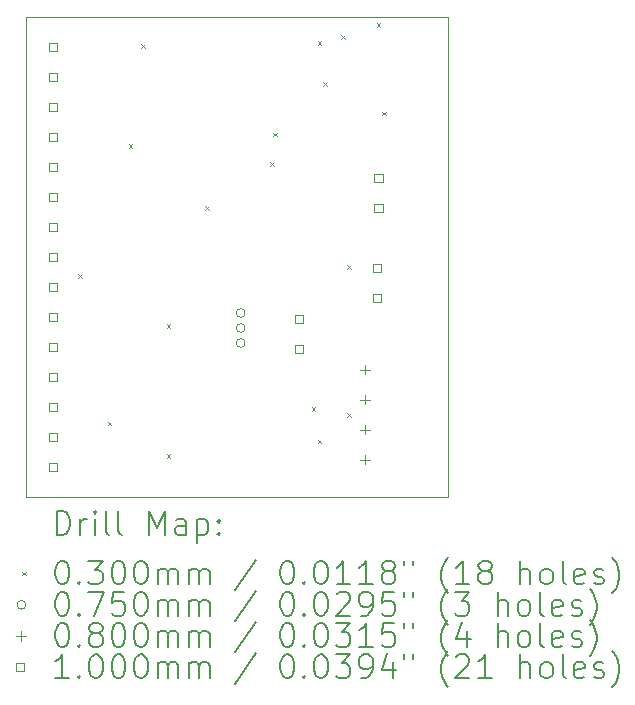
<source format=gbr>
%TF.GenerationSoftware,KiCad,Pcbnew,8.0.1*%
%TF.CreationDate,2024-05-28T10:15:20-03:00*%
%TF.ProjectId,ESP32C6-dev-board,45535033-3243-4362-9d64-65762d626f61,rev?*%
%TF.SameCoordinates,Original*%
%TF.FileFunction,Drillmap*%
%TF.FilePolarity,Positive*%
%FSLAX45Y45*%
G04 Gerber Fmt 4.5, Leading zero omitted, Abs format (unit mm)*
G04 Created by KiCad (PCBNEW 8.0.1) date 2024-05-28 10:15:20*
%MOMM*%
%LPD*%
G01*
G04 APERTURE LIST*
%ADD10C,0.100000*%
%ADD11C,0.200000*%
G04 APERTURE END LIST*
D10*
X12170000Y-7834000D02*
X15737800Y-7834000D01*
X15737800Y-11900000D01*
X12170000Y-11900000D01*
X12170000Y-7834000D01*
D11*
D10*
X12610000Y-10010000D02*
X12640000Y-10040000D01*
X12640000Y-10010000D02*
X12610000Y-10040000D01*
X12860000Y-11260000D02*
X12890000Y-11290000D01*
X12890000Y-11260000D02*
X12860000Y-11290000D01*
X13035000Y-8910000D02*
X13065000Y-8940000D01*
X13065000Y-8910000D02*
X13035000Y-8940000D01*
X13142200Y-8062200D02*
X13172200Y-8092200D01*
X13172200Y-8062200D02*
X13142200Y-8092200D01*
X13360000Y-10435000D02*
X13390000Y-10465000D01*
X13390000Y-10435000D02*
X13360000Y-10465000D01*
X13360000Y-11535000D02*
X13390000Y-11565000D01*
X13390000Y-11535000D02*
X13360000Y-11565000D01*
X13685000Y-9435000D02*
X13715000Y-9465000D01*
X13715000Y-9435000D02*
X13685000Y-9465000D01*
X14235000Y-9060000D02*
X14265000Y-9090000D01*
X14265000Y-9060000D02*
X14235000Y-9090000D01*
X14260000Y-8810000D02*
X14290000Y-8840000D01*
X14290000Y-8810000D02*
X14260000Y-8840000D01*
X14585000Y-11135000D02*
X14615000Y-11165000D01*
X14615000Y-11135000D02*
X14585000Y-11165000D01*
X14635000Y-8035000D02*
X14665000Y-8065000D01*
X14665000Y-8035000D02*
X14635000Y-8065000D01*
X14635000Y-11410000D02*
X14665000Y-11440000D01*
X14665000Y-11410000D02*
X14635000Y-11440000D01*
X14685000Y-8385000D02*
X14715000Y-8415000D01*
X14715000Y-8385000D02*
X14685000Y-8415000D01*
X14835000Y-7985000D02*
X14865000Y-8015000D01*
X14865000Y-7985000D02*
X14835000Y-8015000D01*
X14885000Y-9935000D02*
X14915000Y-9965000D01*
X14915000Y-9935000D02*
X14885000Y-9965000D01*
X14885000Y-11185000D02*
X14915000Y-11215000D01*
X14915000Y-11185000D02*
X14885000Y-11215000D01*
X15135000Y-7885000D02*
X15165000Y-7915000D01*
X15165000Y-7885000D02*
X15135000Y-7915000D01*
X15185000Y-8635000D02*
X15215000Y-8665000D01*
X15215000Y-8635000D02*
X15185000Y-8665000D01*
X14022300Y-10337800D02*
G75*
G02*
X13947300Y-10337800I-37500J0D01*
G01*
X13947300Y-10337800D02*
G75*
G02*
X14022300Y-10337800I37500J0D01*
G01*
X14022300Y-10464800D02*
G75*
G02*
X13947300Y-10464800I-37500J0D01*
G01*
X13947300Y-10464800D02*
G75*
G02*
X14022300Y-10464800I37500J0D01*
G01*
X14022300Y-10591800D02*
G75*
G02*
X13947300Y-10591800I-37500J0D01*
G01*
X13947300Y-10591800D02*
G75*
G02*
X14022300Y-10591800I37500J0D01*
G01*
X15036800Y-10777000D02*
X15036800Y-10857000D01*
X14996800Y-10817000D02*
X15076800Y-10817000D01*
X15036800Y-11031000D02*
X15036800Y-11111000D01*
X14996800Y-11071000D02*
X15076800Y-11071000D01*
X15036800Y-11285000D02*
X15036800Y-11365000D01*
X14996800Y-11325000D02*
X15076800Y-11325000D01*
X15036800Y-11539000D02*
X15036800Y-11619000D01*
X14996800Y-11579000D02*
X15076800Y-11579000D01*
X12430556Y-8119356D02*
X12430556Y-8048644D01*
X12359844Y-8048644D01*
X12359844Y-8119356D01*
X12430556Y-8119356D01*
X12430556Y-8373356D02*
X12430556Y-8302644D01*
X12359844Y-8302644D01*
X12359844Y-8373356D01*
X12430556Y-8373356D01*
X12430556Y-8627356D02*
X12430556Y-8556644D01*
X12359844Y-8556644D01*
X12359844Y-8627356D01*
X12430556Y-8627356D01*
X12430556Y-8881356D02*
X12430556Y-8810644D01*
X12359844Y-8810644D01*
X12359844Y-8881356D01*
X12430556Y-8881356D01*
X12430556Y-9135356D02*
X12430556Y-9064644D01*
X12359844Y-9064644D01*
X12359844Y-9135356D01*
X12430556Y-9135356D01*
X12430556Y-9389356D02*
X12430556Y-9318644D01*
X12359844Y-9318644D01*
X12359844Y-9389356D01*
X12430556Y-9389356D01*
X12430556Y-9643356D02*
X12430556Y-9572644D01*
X12359844Y-9572644D01*
X12359844Y-9643356D01*
X12430556Y-9643356D01*
X12430556Y-9897356D02*
X12430556Y-9826644D01*
X12359844Y-9826644D01*
X12359844Y-9897356D01*
X12430556Y-9897356D01*
X12430556Y-10151356D02*
X12430556Y-10080644D01*
X12359844Y-10080644D01*
X12359844Y-10151356D01*
X12430556Y-10151356D01*
X12430556Y-10405356D02*
X12430556Y-10334644D01*
X12359844Y-10334644D01*
X12359844Y-10405356D01*
X12430556Y-10405356D01*
X12430556Y-10659356D02*
X12430556Y-10588644D01*
X12359844Y-10588644D01*
X12359844Y-10659356D01*
X12430556Y-10659356D01*
X12430556Y-10913356D02*
X12430556Y-10842644D01*
X12359844Y-10842644D01*
X12359844Y-10913356D01*
X12430556Y-10913356D01*
X12430556Y-11167356D02*
X12430556Y-11096644D01*
X12359844Y-11096644D01*
X12359844Y-11167356D01*
X12430556Y-11167356D01*
X12430556Y-11421356D02*
X12430556Y-11350644D01*
X12359844Y-11350644D01*
X12359844Y-11421356D01*
X12430556Y-11421356D01*
X12430556Y-11675356D02*
X12430556Y-11604644D01*
X12359844Y-11604644D01*
X12359844Y-11675356D01*
X12430556Y-11675356D01*
X14513356Y-10423456D02*
X14513356Y-10352744D01*
X14442644Y-10352744D01*
X14442644Y-10423456D01*
X14513356Y-10423456D01*
X14513356Y-10677456D02*
X14513356Y-10606744D01*
X14442644Y-10606744D01*
X14442644Y-10677456D01*
X14513356Y-10677456D01*
X15173756Y-9992156D02*
X15173756Y-9921444D01*
X15103044Y-9921444D01*
X15103044Y-9992156D01*
X15173756Y-9992156D01*
X15173756Y-10246156D02*
X15173756Y-10175444D01*
X15103044Y-10175444D01*
X15103044Y-10246156D01*
X15173756Y-10246156D01*
X15185356Y-9232856D02*
X15185356Y-9162144D01*
X15114644Y-9162144D01*
X15114644Y-9232856D01*
X15185356Y-9232856D01*
X15185356Y-9486856D02*
X15185356Y-9416144D01*
X15114644Y-9416144D01*
X15114644Y-9486856D01*
X15185356Y-9486856D01*
D11*
X12425777Y-12216484D02*
X12425777Y-12016484D01*
X12425777Y-12016484D02*
X12473396Y-12016484D01*
X12473396Y-12016484D02*
X12501967Y-12026008D01*
X12501967Y-12026008D02*
X12521015Y-12045055D01*
X12521015Y-12045055D02*
X12530539Y-12064103D01*
X12530539Y-12064103D02*
X12540062Y-12102198D01*
X12540062Y-12102198D02*
X12540062Y-12130769D01*
X12540062Y-12130769D02*
X12530539Y-12168865D01*
X12530539Y-12168865D02*
X12521015Y-12187912D01*
X12521015Y-12187912D02*
X12501967Y-12206960D01*
X12501967Y-12206960D02*
X12473396Y-12216484D01*
X12473396Y-12216484D02*
X12425777Y-12216484D01*
X12625777Y-12216484D02*
X12625777Y-12083150D01*
X12625777Y-12121246D02*
X12635301Y-12102198D01*
X12635301Y-12102198D02*
X12644824Y-12092674D01*
X12644824Y-12092674D02*
X12663872Y-12083150D01*
X12663872Y-12083150D02*
X12682920Y-12083150D01*
X12749586Y-12216484D02*
X12749586Y-12083150D01*
X12749586Y-12016484D02*
X12740062Y-12026008D01*
X12740062Y-12026008D02*
X12749586Y-12035531D01*
X12749586Y-12035531D02*
X12759110Y-12026008D01*
X12759110Y-12026008D02*
X12749586Y-12016484D01*
X12749586Y-12016484D02*
X12749586Y-12035531D01*
X12873396Y-12216484D02*
X12854348Y-12206960D01*
X12854348Y-12206960D02*
X12844824Y-12187912D01*
X12844824Y-12187912D02*
X12844824Y-12016484D01*
X12978158Y-12216484D02*
X12959110Y-12206960D01*
X12959110Y-12206960D02*
X12949586Y-12187912D01*
X12949586Y-12187912D02*
X12949586Y-12016484D01*
X13206729Y-12216484D02*
X13206729Y-12016484D01*
X13206729Y-12016484D02*
X13273396Y-12159341D01*
X13273396Y-12159341D02*
X13340062Y-12016484D01*
X13340062Y-12016484D02*
X13340062Y-12216484D01*
X13521015Y-12216484D02*
X13521015Y-12111722D01*
X13521015Y-12111722D02*
X13511491Y-12092674D01*
X13511491Y-12092674D02*
X13492443Y-12083150D01*
X13492443Y-12083150D02*
X13454348Y-12083150D01*
X13454348Y-12083150D02*
X13435301Y-12092674D01*
X13521015Y-12206960D02*
X13501967Y-12216484D01*
X13501967Y-12216484D02*
X13454348Y-12216484D01*
X13454348Y-12216484D02*
X13435301Y-12206960D01*
X13435301Y-12206960D02*
X13425777Y-12187912D01*
X13425777Y-12187912D02*
X13425777Y-12168865D01*
X13425777Y-12168865D02*
X13435301Y-12149817D01*
X13435301Y-12149817D02*
X13454348Y-12140293D01*
X13454348Y-12140293D02*
X13501967Y-12140293D01*
X13501967Y-12140293D02*
X13521015Y-12130769D01*
X13616253Y-12083150D02*
X13616253Y-12283150D01*
X13616253Y-12092674D02*
X13635301Y-12083150D01*
X13635301Y-12083150D02*
X13673396Y-12083150D01*
X13673396Y-12083150D02*
X13692443Y-12092674D01*
X13692443Y-12092674D02*
X13701967Y-12102198D01*
X13701967Y-12102198D02*
X13711491Y-12121246D01*
X13711491Y-12121246D02*
X13711491Y-12178388D01*
X13711491Y-12178388D02*
X13701967Y-12197436D01*
X13701967Y-12197436D02*
X13692443Y-12206960D01*
X13692443Y-12206960D02*
X13673396Y-12216484D01*
X13673396Y-12216484D02*
X13635301Y-12216484D01*
X13635301Y-12216484D02*
X13616253Y-12206960D01*
X13797205Y-12197436D02*
X13806729Y-12206960D01*
X13806729Y-12206960D02*
X13797205Y-12216484D01*
X13797205Y-12216484D02*
X13787682Y-12206960D01*
X13787682Y-12206960D02*
X13797205Y-12197436D01*
X13797205Y-12197436D02*
X13797205Y-12216484D01*
X13797205Y-12092674D02*
X13806729Y-12102198D01*
X13806729Y-12102198D02*
X13797205Y-12111722D01*
X13797205Y-12111722D02*
X13787682Y-12102198D01*
X13787682Y-12102198D02*
X13797205Y-12092674D01*
X13797205Y-12092674D02*
X13797205Y-12111722D01*
D10*
X12135000Y-12530000D02*
X12165000Y-12560000D01*
X12165000Y-12530000D02*
X12135000Y-12560000D01*
D11*
X12463872Y-12436484D02*
X12482920Y-12436484D01*
X12482920Y-12436484D02*
X12501967Y-12446008D01*
X12501967Y-12446008D02*
X12511491Y-12455531D01*
X12511491Y-12455531D02*
X12521015Y-12474579D01*
X12521015Y-12474579D02*
X12530539Y-12512674D01*
X12530539Y-12512674D02*
X12530539Y-12560293D01*
X12530539Y-12560293D02*
X12521015Y-12598388D01*
X12521015Y-12598388D02*
X12511491Y-12617436D01*
X12511491Y-12617436D02*
X12501967Y-12626960D01*
X12501967Y-12626960D02*
X12482920Y-12636484D01*
X12482920Y-12636484D02*
X12463872Y-12636484D01*
X12463872Y-12636484D02*
X12444824Y-12626960D01*
X12444824Y-12626960D02*
X12435301Y-12617436D01*
X12435301Y-12617436D02*
X12425777Y-12598388D01*
X12425777Y-12598388D02*
X12416253Y-12560293D01*
X12416253Y-12560293D02*
X12416253Y-12512674D01*
X12416253Y-12512674D02*
X12425777Y-12474579D01*
X12425777Y-12474579D02*
X12435301Y-12455531D01*
X12435301Y-12455531D02*
X12444824Y-12446008D01*
X12444824Y-12446008D02*
X12463872Y-12436484D01*
X12616253Y-12617436D02*
X12625777Y-12626960D01*
X12625777Y-12626960D02*
X12616253Y-12636484D01*
X12616253Y-12636484D02*
X12606729Y-12626960D01*
X12606729Y-12626960D02*
X12616253Y-12617436D01*
X12616253Y-12617436D02*
X12616253Y-12636484D01*
X12692443Y-12436484D02*
X12816253Y-12436484D01*
X12816253Y-12436484D02*
X12749586Y-12512674D01*
X12749586Y-12512674D02*
X12778158Y-12512674D01*
X12778158Y-12512674D02*
X12797205Y-12522198D01*
X12797205Y-12522198D02*
X12806729Y-12531722D01*
X12806729Y-12531722D02*
X12816253Y-12550769D01*
X12816253Y-12550769D02*
X12816253Y-12598388D01*
X12816253Y-12598388D02*
X12806729Y-12617436D01*
X12806729Y-12617436D02*
X12797205Y-12626960D01*
X12797205Y-12626960D02*
X12778158Y-12636484D01*
X12778158Y-12636484D02*
X12721015Y-12636484D01*
X12721015Y-12636484D02*
X12701967Y-12626960D01*
X12701967Y-12626960D02*
X12692443Y-12617436D01*
X12940062Y-12436484D02*
X12959110Y-12436484D01*
X12959110Y-12436484D02*
X12978158Y-12446008D01*
X12978158Y-12446008D02*
X12987682Y-12455531D01*
X12987682Y-12455531D02*
X12997205Y-12474579D01*
X12997205Y-12474579D02*
X13006729Y-12512674D01*
X13006729Y-12512674D02*
X13006729Y-12560293D01*
X13006729Y-12560293D02*
X12997205Y-12598388D01*
X12997205Y-12598388D02*
X12987682Y-12617436D01*
X12987682Y-12617436D02*
X12978158Y-12626960D01*
X12978158Y-12626960D02*
X12959110Y-12636484D01*
X12959110Y-12636484D02*
X12940062Y-12636484D01*
X12940062Y-12636484D02*
X12921015Y-12626960D01*
X12921015Y-12626960D02*
X12911491Y-12617436D01*
X12911491Y-12617436D02*
X12901967Y-12598388D01*
X12901967Y-12598388D02*
X12892443Y-12560293D01*
X12892443Y-12560293D02*
X12892443Y-12512674D01*
X12892443Y-12512674D02*
X12901967Y-12474579D01*
X12901967Y-12474579D02*
X12911491Y-12455531D01*
X12911491Y-12455531D02*
X12921015Y-12446008D01*
X12921015Y-12446008D02*
X12940062Y-12436484D01*
X13130539Y-12436484D02*
X13149586Y-12436484D01*
X13149586Y-12436484D02*
X13168634Y-12446008D01*
X13168634Y-12446008D02*
X13178158Y-12455531D01*
X13178158Y-12455531D02*
X13187682Y-12474579D01*
X13187682Y-12474579D02*
X13197205Y-12512674D01*
X13197205Y-12512674D02*
X13197205Y-12560293D01*
X13197205Y-12560293D02*
X13187682Y-12598388D01*
X13187682Y-12598388D02*
X13178158Y-12617436D01*
X13178158Y-12617436D02*
X13168634Y-12626960D01*
X13168634Y-12626960D02*
X13149586Y-12636484D01*
X13149586Y-12636484D02*
X13130539Y-12636484D01*
X13130539Y-12636484D02*
X13111491Y-12626960D01*
X13111491Y-12626960D02*
X13101967Y-12617436D01*
X13101967Y-12617436D02*
X13092443Y-12598388D01*
X13092443Y-12598388D02*
X13082920Y-12560293D01*
X13082920Y-12560293D02*
X13082920Y-12512674D01*
X13082920Y-12512674D02*
X13092443Y-12474579D01*
X13092443Y-12474579D02*
X13101967Y-12455531D01*
X13101967Y-12455531D02*
X13111491Y-12446008D01*
X13111491Y-12446008D02*
X13130539Y-12436484D01*
X13282920Y-12636484D02*
X13282920Y-12503150D01*
X13282920Y-12522198D02*
X13292443Y-12512674D01*
X13292443Y-12512674D02*
X13311491Y-12503150D01*
X13311491Y-12503150D02*
X13340063Y-12503150D01*
X13340063Y-12503150D02*
X13359110Y-12512674D01*
X13359110Y-12512674D02*
X13368634Y-12531722D01*
X13368634Y-12531722D02*
X13368634Y-12636484D01*
X13368634Y-12531722D02*
X13378158Y-12512674D01*
X13378158Y-12512674D02*
X13397205Y-12503150D01*
X13397205Y-12503150D02*
X13425777Y-12503150D01*
X13425777Y-12503150D02*
X13444824Y-12512674D01*
X13444824Y-12512674D02*
X13454348Y-12531722D01*
X13454348Y-12531722D02*
X13454348Y-12636484D01*
X13549586Y-12636484D02*
X13549586Y-12503150D01*
X13549586Y-12522198D02*
X13559110Y-12512674D01*
X13559110Y-12512674D02*
X13578158Y-12503150D01*
X13578158Y-12503150D02*
X13606729Y-12503150D01*
X13606729Y-12503150D02*
X13625777Y-12512674D01*
X13625777Y-12512674D02*
X13635301Y-12531722D01*
X13635301Y-12531722D02*
X13635301Y-12636484D01*
X13635301Y-12531722D02*
X13644824Y-12512674D01*
X13644824Y-12512674D02*
X13663872Y-12503150D01*
X13663872Y-12503150D02*
X13692443Y-12503150D01*
X13692443Y-12503150D02*
X13711491Y-12512674D01*
X13711491Y-12512674D02*
X13721015Y-12531722D01*
X13721015Y-12531722D02*
X13721015Y-12636484D01*
X14111491Y-12426960D02*
X13940063Y-12684103D01*
X14368634Y-12436484D02*
X14387682Y-12436484D01*
X14387682Y-12436484D02*
X14406729Y-12446008D01*
X14406729Y-12446008D02*
X14416253Y-12455531D01*
X14416253Y-12455531D02*
X14425777Y-12474579D01*
X14425777Y-12474579D02*
X14435301Y-12512674D01*
X14435301Y-12512674D02*
X14435301Y-12560293D01*
X14435301Y-12560293D02*
X14425777Y-12598388D01*
X14425777Y-12598388D02*
X14416253Y-12617436D01*
X14416253Y-12617436D02*
X14406729Y-12626960D01*
X14406729Y-12626960D02*
X14387682Y-12636484D01*
X14387682Y-12636484D02*
X14368634Y-12636484D01*
X14368634Y-12636484D02*
X14349586Y-12626960D01*
X14349586Y-12626960D02*
X14340063Y-12617436D01*
X14340063Y-12617436D02*
X14330539Y-12598388D01*
X14330539Y-12598388D02*
X14321015Y-12560293D01*
X14321015Y-12560293D02*
X14321015Y-12512674D01*
X14321015Y-12512674D02*
X14330539Y-12474579D01*
X14330539Y-12474579D02*
X14340063Y-12455531D01*
X14340063Y-12455531D02*
X14349586Y-12446008D01*
X14349586Y-12446008D02*
X14368634Y-12436484D01*
X14521015Y-12617436D02*
X14530539Y-12626960D01*
X14530539Y-12626960D02*
X14521015Y-12636484D01*
X14521015Y-12636484D02*
X14511491Y-12626960D01*
X14511491Y-12626960D02*
X14521015Y-12617436D01*
X14521015Y-12617436D02*
X14521015Y-12636484D01*
X14654348Y-12436484D02*
X14673396Y-12436484D01*
X14673396Y-12436484D02*
X14692444Y-12446008D01*
X14692444Y-12446008D02*
X14701967Y-12455531D01*
X14701967Y-12455531D02*
X14711491Y-12474579D01*
X14711491Y-12474579D02*
X14721015Y-12512674D01*
X14721015Y-12512674D02*
X14721015Y-12560293D01*
X14721015Y-12560293D02*
X14711491Y-12598388D01*
X14711491Y-12598388D02*
X14701967Y-12617436D01*
X14701967Y-12617436D02*
X14692444Y-12626960D01*
X14692444Y-12626960D02*
X14673396Y-12636484D01*
X14673396Y-12636484D02*
X14654348Y-12636484D01*
X14654348Y-12636484D02*
X14635301Y-12626960D01*
X14635301Y-12626960D02*
X14625777Y-12617436D01*
X14625777Y-12617436D02*
X14616253Y-12598388D01*
X14616253Y-12598388D02*
X14606729Y-12560293D01*
X14606729Y-12560293D02*
X14606729Y-12512674D01*
X14606729Y-12512674D02*
X14616253Y-12474579D01*
X14616253Y-12474579D02*
X14625777Y-12455531D01*
X14625777Y-12455531D02*
X14635301Y-12446008D01*
X14635301Y-12446008D02*
X14654348Y-12436484D01*
X14911491Y-12636484D02*
X14797206Y-12636484D01*
X14854348Y-12636484D02*
X14854348Y-12436484D01*
X14854348Y-12436484D02*
X14835301Y-12465055D01*
X14835301Y-12465055D02*
X14816253Y-12484103D01*
X14816253Y-12484103D02*
X14797206Y-12493627D01*
X15101967Y-12636484D02*
X14987682Y-12636484D01*
X15044825Y-12636484D02*
X15044825Y-12436484D01*
X15044825Y-12436484D02*
X15025777Y-12465055D01*
X15025777Y-12465055D02*
X15006729Y-12484103D01*
X15006729Y-12484103D02*
X14987682Y-12493627D01*
X15216253Y-12522198D02*
X15197206Y-12512674D01*
X15197206Y-12512674D02*
X15187682Y-12503150D01*
X15187682Y-12503150D02*
X15178158Y-12484103D01*
X15178158Y-12484103D02*
X15178158Y-12474579D01*
X15178158Y-12474579D02*
X15187682Y-12455531D01*
X15187682Y-12455531D02*
X15197206Y-12446008D01*
X15197206Y-12446008D02*
X15216253Y-12436484D01*
X15216253Y-12436484D02*
X15254348Y-12436484D01*
X15254348Y-12436484D02*
X15273396Y-12446008D01*
X15273396Y-12446008D02*
X15282920Y-12455531D01*
X15282920Y-12455531D02*
X15292444Y-12474579D01*
X15292444Y-12474579D02*
X15292444Y-12484103D01*
X15292444Y-12484103D02*
X15282920Y-12503150D01*
X15282920Y-12503150D02*
X15273396Y-12512674D01*
X15273396Y-12512674D02*
X15254348Y-12522198D01*
X15254348Y-12522198D02*
X15216253Y-12522198D01*
X15216253Y-12522198D02*
X15197206Y-12531722D01*
X15197206Y-12531722D02*
X15187682Y-12541246D01*
X15187682Y-12541246D02*
X15178158Y-12560293D01*
X15178158Y-12560293D02*
X15178158Y-12598388D01*
X15178158Y-12598388D02*
X15187682Y-12617436D01*
X15187682Y-12617436D02*
X15197206Y-12626960D01*
X15197206Y-12626960D02*
X15216253Y-12636484D01*
X15216253Y-12636484D02*
X15254348Y-12636484D01*
X15254348Y-12636484D02*
X15273396Y-12626960D01*
X15273396Y-12626960D02*
X15282920Y-12617436D01*
X15282920Y-12617436D02*
X15292444Y-12598388D01*
X15292444Y-12598388D02*
X15292444Y-12560293D01*
X15292444Y-12560293D02*
X15282920Y-12541246D01*
X15282920Y-12541246D02*
X15273396Y-12531722D01*
X15273396Y-12531722D02*
X15254348Y-12522198D01*
X15368634Y-12436484D02*
X15368634Y-12474579D01*
X15444825Y-12436484D02*
X15444825Y-12474579D01*
X15740063Y-12712674D02*
X15730539Y-12703150D01*
X15730539Y-12703150D02*
X15711491Y-12674579D01*
X15711491Y-12674579D02*
X15701968Y-12655531D01*
X15701968Y-12655531D02*
X15692444Y-12626960D01*
X15692444Y-12626960D02*
X15682920Y-12579341D01*
X15682920Y-12579341D02*
X15682920Y-12541246D01*
X15682920Y-12541246D02*
X15692444Y-12493627D01*
X15692444Y-12493627D02*
X15701968Y-12465055D01*
X15701968Y-12465055D02*
X15711491Y-12446008D01*
X15711491Y-12446008D02*
X15730539Y-12417436D01*
X15730539Y-12417436D02*
X15740063Y-12407912D01*
X15921015Y-12636484D02*
X15806729Y-12636484D01*
X15863872Y-12636484D02*
X15863872Y-12436484D01*
X15863872Y-12436484D02*
X15844825Y-12465055D01*
X15844825Y-12465055D02*
X15825777Y-12484103D01*
X15825777Y-12484103D02*
X15806729Y-12493627D01*
X16035301Y-12522198D02*
X16016253Y-12512674D01*
X16016253Y-12512674D02*
X16006729Y-12503150D01*
X16006729Y-12503150D02*
X15997206Y-12484103D01*
X15997206Y-12484103D02*
X15997206Y-12474579D01*
X15997206Y-12474579D02*
X16006729Y-12455531D01*
X16006729Y-12455531D02*
X16016253Y-12446008D01*
X16016253Y-12446008D02*
X16035301Y-12436484D01*
X16035301Y-12436484D02*
X16073396Y-12436484D01*
X16073396Y-12436484D02*
X16092444Y-12446008D01*
X16092444Y-12446008D02*
X16101968Y-12455531D01*
X16101968Y-12455531D02*
X16111491Y-12474579D01*
X16111491Y-12474579D02*
X16111491Y-12484103D01*
X16111491Y-12484103D02*
X16101968Y-12503150D01*
X16101968Y-12503150D02*
X16092444Y-12512674D01*
X16092444Y-12512674D02*
X16073396Y-12522198D01*
X16073396Y-12522198D02*
X16035301Y-12522198D01*
X16035301Y-12522198D02*
X16016253Y-12531722D01*
X16016253Y-12531722D02*
X16006729Y-12541246D01*
X16006729Y-12541246D02*
X15997206Y-12560293D01*
X15997206Y-12560293D02*
X15997206Y-12598388D01*
X15997206Y-12598388D02*
X16006729Y-12617436D01*
X16006729Y-12617436D02*
X16016253Y-12626960D01*
X16016253Y-12626960D02*
X16035301Y-12636484D01*
X16035301Y-12636484D02*
X16073396Y-12636484D01*
X16073396Y-12636484D02*
X16092444Y-12626960D01*
X16092444Y-12626960D02*
X16101968Y-12617436D01*
X16101968Y-12617436D02*
X16111491Y-12598388D01*
X16111491Y-12598388D02*
X16111491Y-12560293D01*
X16111491Y-12560293D02*
X16101968Y-12541246D01*
X16101968Y-12541246D02*
X16092444Y-12531722D01*
X16092444Y-12531722D02*
X16073396Y-12522198D01*
X16349587Y-12636484D02*
X16349587Y-12436484D01*
X16435301Y-12636484D02*
X16435301Y-12531722D01*
X16435301Y-12531722D02*
X16425777Y-12512674D01*
X16425777Y-12512674D02*
X16406730Y-12503150D01*
X16406730Y-12503150D02*
X16378158Y-12503150D01*
X16378158Y-12503150D02*
X16359110Y-12512674D01*
X16359110Y-12512674D02*
X16349587Y-12522198D01*
X16559110Y-12636484D02*
X16540063Y-12626960D01*
X16540063Y-12626960D02*
X16530539Y-12617436D01*
X16530539Y-12617436D02*
X16521015Y-12598388D01*
X16521015Y-12598388D02*
X16521015Y-12541246D01*
X16521015Y-12541246D02*
X16530539Y-12522198D01*
X16530539Y-12522198D02*
X16540063Y-12512674D01*
X16540063Y-12512674D02*
X16559110Y-12503150D01*
X16559110Y-12503150D02*
X16587682Y-12503150D01*
X16587682Y-12503150D02*
X16606730Y-12512674D01*
X16606730Y-12512674D02*
X16616253Y-12522198D01*
X16616253Y-12522198D02*
X16625777Y-12541246D01*
X16625777Y-12541246D02*
X16625777Y-12598388D01*
X16625777Y-12598388D02*
X16616253Y-12617436D01*
X16616253Y-12617436D02*
X16606730Y-12626960D01*
X16606730Y-12626960D02*
X16587682Y-12636484D01*
X16587682Y-12636484D02*
X16559110Y-12636484D01*
X16740063Y-12636484D02*
X16721015Y-12626960D01*
X16721015Y-12626960D02*
X16711491Y-12607912D01*
X16711491Y-12607912D02*
X16711491Y-12436484D01*
X16892444Y-12626960D02*
X16873396Y-12636484D01*
X16873396Y-12636484D02*
X16835301Y-12636484D01*
X16835301Y-12636484D02*
X16816253Y-12626960D01*
X16816253Y-12626960D02*
X16806730Y-12607912D01*
X16806730Y-12607912D02*
X16806730Y-12531722D01*
X16806730Y-12531722D02*
X16816253Y-12512674D01*
X16816253Y-12512674D02*
X16835301Y-12503150D01*
X16835301Y-12503150D02*
X16873396Y-12503150D01*
X16873396Y-12503150D02*
X16892444Y-12512674D01*
X16892444Y-12512674D02*
X16901968Y-12531722D01*
X16901968Y-12531722D02*
X16901968Y-12550769D01*
X16901968Y-12550769D02*
X16806730Y-12569817D01*
X16978158Y-12626960D02*
X16997206Y-12636484D01*
X16997206Y-12636484D02*
X17035301Y-12636484D01*
X17035301Y-12636484D02*
X17054349Y-12626960D01*
X17054349Y-12626960D02*
X17063873Y-12607912D01*
X17063873Y-12607912D02*
X17063873Y-12598388D01*
X17063873Y-12598388D02*
X17054349Y-12579341D01*
X17054349Y-12579341D02*
X17035301Y-12569817D01*
X17035301Y-12569817D02*
X17006730Y-12569817D01*
X17006730Y-12569817D02*
X16987682Y-12560293D01*
X16987682Y-12560293D02*
X16978158Y-12541246D01*
X16978158Y-12541246D02*
X16978158Y-12531722D01*
X16978158Y-12531722D02*
X16987682Y-12512674D01*
X16987682Y-12512674D02*
X17006730Y-12503150D01*
X17006730Y-12503150D02*
X17035301Y-12503150D01*
X17035301Y-12503150D02*
X17054349Y-12512674D01*
X17130539Y-12712674D02*
X17140063Y-12703150D01*
X17140063Y-12703150D02*
X17159111Y-12674579D01*
X17159111Y-12674579D02*
X17168634Y-12655531D01*
X17168634Y-12655531D02*
X17178158Y-12626960D01*
X17178158Y-12626960D02*
X17187682Y-12579341D01*
X17187682Y-12579341D02*
X17187682Y-12541246D01*
X17187682Y-12541246D02*
X17178158Y-12493627D01*
X17178158Y-12493627D02*
X17168634Y-12465055D01*
X17168634Y-12465055D02*
X17159111Y-12446008D01*
X17159111Y-12446008D02*
X17140063Y-12417436D01*
X17140063Y-12417436D02*
X17130539Y-12407912D01*
D10*
X12165000Y-12809000D02*
G75*
G02*
X12090000Y-12809000I-37500J0D01*
G01*
X12090000Y-12809000D02*
G75*
G02*
X12165000Y-12809000I37500J0D01*
G01*
D11*
X12463872Y-12700484D02*
X12482920Y-12700484D01*
X12482920Y-12700484D02*
X12501967Y-12710008D01*
X12501967Y-12710008D02*
X12511491Y-12719531D01*
X12511491Y-12719531D02*
X12521015Y-12738579D01*
X12521015Y-12738579D02*
X12530539Y-12776674D01*
X12530539Y-12776674D02*
X12530539Y-12824293D01*
X12530539Y-12824293D02*
X12521015Y-12862388D01*
X12521015Y-12862388D02*
X12511491Y-12881436D01*
X12511491Y-12881436D02*
X12501967Y-12890960D01*
X12501967Y-12890960D02*
X12482920Y-12900484D01*
X12482920Y-12900484D02*
X12463872Y-12900484D01*
X12463872Y-12900484D02*
X12444824Y-12890960D01*
X12444824Y-12890960D02*
X12435301Y-12881436D01*
X12435301Y-12881436D02*
X12425777Y-12862388D01*
X12425777Y-12862388D02*
X12416253Y-12824293D01*
X12416253Y-12824293D02*
X12416253Y-12776674D01*
X12416253Y-12776674D02*
X12425777Y-12738579D01*
X12425777Y-12738579D02*
X12435301Y-12719531D01*
X12435301Y-12719531D02*
X12444824Y-12710008D01*
X12444824Y-12710008D02*
X12463872Y-12700484D01*
X12616253Y-12881436D02*
X12625777Y-12890960D01*
X12625777Y-12890960D02*
X12616253Y-12900484D01*
X12616253Y-12900484D02*
X12606729Y-12890960D01*
X12606729Y-12890960D02*
X12616253Y-12881436D01*
X12616253Y-12881436D02*
X12616253Y-12900484D01*
X12692443Y-12700484D02*
X12825777Y-12700484D01*
X12825777Y-12700484D02*
X12740062Y-12900484D01*
X12997205Y-12700484D02*
X12901967Y-12700484D01*
X12901967Y-12700484D02*
X12892443Y-12795722D01*
X12892443Y-12795722D02*
X12901967Y-12786198D01*
X12901967Y-12786198D02*
X12921015Y-12776674D01*
X12921015Y-12776674D02*
X12968634Y-12776674D01*
X12968634Y-12776674D02*
X12987682Y-12786198D01*
X12987682Y-12786198D02*
X12997205Y-12795722D01*
X12997205Y-12795722D02*
X13006729Y-12814769D01*
X13006729Y-12814769D02*
X13006729Y-12862388D01*
X13006729Y-12862388D02*
X12997205Y-12881436D01*
X12997205Y-12881436D02*
X12987682Y-12890960D01*
X12987682Y-12890960D02*
X12968634Y-12900484D01*
X12968634Y-12900484D02*
X12921015Y-12900484D01*
X12921015Y-12900484D02*
X12901967Y-12890960D01*
X12901967Y-12890960D02*
X12892443Y-12881436D01*
X13130539Y-12700484D02*
X13149586Y-12700484D01*
X13149586Y-12700484D02*
X13168634Y-12710008D01*
X13168634Y-12710008D02*
X13178158Y-12719531D01*
X13178158Y-12719531D02*
X13187682Y-12738579D01*
X13187682Y-12738579D02*
X13197205Y-12776674D01*
X13197205Y-12776674D02*
X13197205Y-12824293D01*
X13197205Y-12824293D02*
X13187682Y-12862388D01*
X13187682Y-12862388D02*
X13178158Y-12881436D01*
X13178158Y-12881436D02*
X13168634Y-12890960D01*
X13168634Y-12890960D02*
X13149586Y-12900484D01*
X13149586Y-12900484D02*
X13130539Y-12900484D01*
X13130539Y-12900484D02*
X13111491Y-12890960D01*
X13111491Y-12890960D02*
X13101967Y-12881436D01*
X13101967Y-12881436D02*
X13092443Y-12862388D01*
X13092443Y-12862388D02*
X13082920Y-12824293D01*
X13082920Y-12824293D02*
X13082920Y-12776674D01*
X13082920Y-12776674D02*
X13092443Y-12738579D01*
X13092443Y-12738579D02*
X13101967Y-12719531D01*
X13101967Y-12719531D02*
X13111491Y-12710008D01*
X13111491Y-12710008D02*
X13130539Y-12700484D01*
X13282920Y-12900484D02*
X13282920Y-12767150D01*
X13282920Y-12786198D02*
X13292443Y-12776674D01*
X13292443Y-12776674D02*
X13311491Y-12767150D01*
X13311491Y-12767150D02*
X13340063Y-12767150D01*
X13340063Y-12767150D02*
X13359110Y-12776674D01*
X13359110Y-12776674D02*
X13368634Y-12795722D01*
X13368634Y-12795722D02*
X13368634Y-12900484D01*
X13368634Y-12795722D02*
X13378158Y-12776674D01*
X13378158Y-12776674D02*
X13397205Y-12767150D01*
X13397205Y-12767150D02*
X13425777Y-12767150D01*
X13425777Y-12767150D02*
X13444824Y-12776674D01*
X13444824Y-12776674D02*
X13454348Y-12795722D01*
X13454348Y-12795722D02*
X13454348Y-12900484D01*
X13549586Y-12900484D02*
X13549586Y-12767150D01*
X13549586Y-12786198D02*
X13559110Y-12776674D01*
X13559110Y-12776674D02*
X13578158Y-12767150D01*
X13578158Y-12767150D02*
X13606729Y-12767150D01*
X13606729Y-12767150D02*
X13625777Y-12776674D01*
X13625777Y-12776674D02*
X13635301Y-12795722D01*
X13635301Y-12795722D02*
X13635301Y-12900484D01*
X13635301Y-12795722D02*
X13644824Y-12776674D01*
X13644824Y-12776674D02*
X13663872Y-12767150D01*
X13663872Y-12767150D02*
X13692443Y-12767150D01*
X13692443Y-12767150D02*
X13711491Y-12776674D01*
X13711491Y-12776674D02*
X13721015Y-12795722D01*
X13721015Y-12795722D02*
X13721015Y-12900484D01*
X14111491Y-12690960D02*
X13940063Y-12948103D01*
X14368634Y-12700484D02*
X14387682Y-12700484D01*
X14387682Y-12700484D02*
X14406729Y-12710008D01*
X14406729Y-12710008D02*
X14416253Y-12719531D01*
X14416253Y-12719531D02*
X14425777Y-12738579D01*
X14425777Y-12738579D02*
X14435301Y-12776674D01*
X14435301Y-12776674D02*
X14435301Y-12824293D01*
X14435301Y-12824293D02*
X14425777Y-12862388D01*
X14425777Y-12862388D02*
X14416253Y-12881436D01*
X14416253Y-12881436D02*
X14406729Y-12890960D01*
X14406729Y-12890960D02*
X14387682Y-12900484D01*
X14387682Y-12900484D02*
X14368634Y-12900484D01*
X14368634Y-12900484D02*
X14349586Y-12890960D01*
X14349586Y-12890960D02*
X14340063Y-12881436D01*
X14340063Y-12881436D02*
X14330539Y-12862388D01*
X14330539Y-12862388D02*
X14321015Y-12824293D01*
X14321015Y-12824293D02*
X14321015Y-12776674D01*
X14321015Y-12776674D02*
X14330539Y-12738579D01*
X14330539Y-12738579D02*
X14340063Y-12719531D01*
X14340063Y-12719531D02*
X14349586Y-12710008D01*
X14349586Y-12710008D02*
X14368634Y-12700484D01*
X14521015Y-12881436D02*
X14530539Y-12890960D01*
X14530539Y-12890960D02*
X14521015Y-12900484D01*
X14521015Y-12900484D02*
X14511491Y-12890960D01*
X14511491Y-12890960D02*
X14521015Y-12881436D01*
X14521015Y-12881436D02*
X14521015Y-12900484D01*
X14654348Y-12700484D02*
X14673396Y-12700484D01*
X14673396Y-12700484D02*
X14692444Y-12710008D01*
X14692444Y-12710008D02*
X14701967Y-12719531D01*
X14701967Y-12719531D02*
X14711491Y-12738579D01*
X14711491Y-12738579D02*
X14721015Y-12776674D01*
X14721015Y-12776674D02*
X14721015Y-12824293D01*
X14721015Y-12824293D02*
X14711491Y-12862388D01*
X14711491Y-12862388D02*
X14701967Y-12881436D01*
X14701967Y-12881436D02*
X14692444Y-12890960D01*
X14692444Y-12890960D02*
X14673396Y-12900484D01*
X14673396Y-12900484D02*
X14654348Y-12900484D01*
X14654348Y-12900484D02*
X14635301Y-12890960D01*
X14635301Y-12890960D02*
X14625777Y-12881436D01*
X14625777Y-12881436D02*
X14616253Y-12862388D01*
X14616253Y-12862388D02*
X14606729Y-12824293D01*
X14606729Y-12824293D02*
X14606729Y-12776674D01*
X14606729Y-12776674D02*
X14616253Y-12738579D01*
X14616253Y-12738579D02*
X14625777Y-12719531D01*
X14625777Y-12719531D02*
X14635301Y-12710008D01*
X14635301Y-12710008D02*
X14654348Y-12700484D01*
X14797206Y-12719531D02*
X14806729Y-12710008D01*
X14806729Y-12710008D02*
X14825777Y-12700484D01*
X14825777Y-12700484D02*
X14873396Y-12700484D01*
X14873396Y-12700484D02*
X14892444Y-12710008D01*
X14892444Y-12710008D02*
X14901967Y-12719531D01*
X14901967Y-12719531D02*
X14911491Y-12738579D01*
X14911491Y-12738579D02*
X14911491Y-12757627D01*
X14911491Y-12757627D02*
X14901967Y-12786198D01*
X14901967Y-12786198D02*
X14787682Y-12900484D01*
X14787682Y-12900484D02*
X14911491Y-12900484D01*
X15006729Y-12900484D02*
X15044825Y-12900484D01*
X15044825Y-12900484D02*
X15063872Y-12890960D01*
X15063872Y-12890960D02*
X15073396Y-12881436D01*
X15073396Y-12881436D02*
X15092444Y-12852865D01*
X15092444Y-12852865D02*
X15101967Y-12814769D01*
X15101967Y-12814769D02*
X15101967Y-12738579D01*
X15101967Y-12738579D02*
X15092444Y-12719531D01*
X15092444Y-12719531D02*
X15082920Y-12710008D01*
X15082920Y-12710008D02*
X15063872Y-12700484D01*
X15063872Y-12700484D02*
X15025777Y-12700484D01*
X15025777Y-12700484D02*
X15006729Y-12710008D01*
X15006729Y-12710008D02*
X14997206Y-12719531D01*
X14997206Y-12719531D02*
X14987682Y-12738579D01*
X14987682Y-12738579D02*
X14987682Y-12786198D01*
X14987682Y-12786198D02*
X14997206Y-12805246D01*
X14997206Y-12805246D02*
X15006729Y-12814769D01*
X15006729Y-12814769D02*
X15025777Y-12824293D01*
X15025777Y-12824293D02*
X15063872Y-12824293D01*
X15063872Y-12824293D02*
X15082920Y-12814769D01*
X15082920Y-12814769D02*
X15092444Y-12805246D01*
X15092444Y-12805246D02*
X15101967Y-12786198D01*
X15282920Y-12700484D02*
X15187682Y-12700484D01*
X15187682Y-12700484D02*
X15178158Y-12795722D01*
X15178158Y-12795722D02*
X15187682Y-12786198D01*
X15187682Y-12786198D02*
X15206729Y-12776674D01*
X15206729Y-12776674D02*
X15254348Y-12776674D01*
X15254348Y-12776674D02*
X15273396Y-12786198D01*
X15273396Y-12786198D02*
X15282920Y-12795722D01*
X15282920Y-12795722D02*
X15292444Y-12814769D01*
X15292444Y-12814769D02*
X15292444Y-12862388D01*
X15292444Y-12862388D02*
X15282920Y-12881436D01*
X15282920Y-12881436D02*
X15273396Y-12890960D01*
X15273396Y-12890960D02*
X15254348Y-12900484D01*
X15254348Y-12900484D02*
X15206729Y-12900484D01*
X15206729Y-12900484D02*
X15187682Y-12890960D01*
X15187682Y-12890960D02*
X15178158Y-12881436D01*
X15368634Y-12700484D02*
X15368634Y-12738579D01*
X15444825Y-12700484D02*
X15444825Y-12738579D01*
X15740063Y-12976674D02*
X15730539Y-12967150D01*
X15730539Y-12967150D02*
X15711491Y-12938579D01*
X15711491Y-12938579D02*
X15701968Y-12919531D01*
X15701968Y-12919531D02*
X15692444Y-12890960D01*
X15692444Y-12890960D02*
X15682920Y-12843341D01*
X15682920Y-12843341D02*
X15682920Y-12805246D01*
X15682920Y-12805246D02*
X15692444Y-12757627D01*
X15692444Y-12757627D02*
X15701968Y-12729055D01*
X15701968Y-12729055D02*
X15711491Y-12710008D01*
X15711491Y-12710008D02*
X15730539Y-12681436D01*
X15730539Y-12681436D02*
X15740063Y-12671912D01*
X15797206Y-12700484D02*
X15921015Y-12700484D01*
X15921015Y-12700484D02*
X15854348Y-12776674D01*
X15854348Y-12776674D02*
X15882920Y-12776674D01*
X15882920Y-12776674D02*
X15901968Y-12786198D01*
X15901968Y-12786198D02*
X15911491Y-12795722D01*
X15911491Y-12795722D02*
X15921015Y-12814769D01*
X15921015Y-12814769D02*
X15921015Y-12862388D01*
X15921015Y-12862388D02*
X15911491Y-12881436D01*
X15911491Y-12881436D02*
X15901968Y-12890960D01*
X15901968Y-12890960D02*
X15882920Y-12900484D01*
X15882920Y-12900484D02*
X15825777Y-12900484D01*
X15825777Y-12900484D02*
X15806729Y-12890960D01*
X15806729Y-12890960D02*
X15797206Y-12881436D01*
X16159110Y-12900484D02*
X16159110Y-12700484D01*
X16244825Y-12900484D02*
X16244825Y-12795722D01*
X16244825Y-12795722D02*
X16235301Y-12776674D01*
X16235301Y-12776674D02*
X16216253Y-12767150D01*
X16216253Y-12767150D02*
X16187682Y-12767150D01*
X16187682Y-12767150D02*
X16168634Y-12776674D01*
X16168634Y-12776674D02*
X16159110Y-12786198D01*
X16368634Y-12900484D02*
X16349587Y-12890960D01*
X16349587Y-12890960D02*
X16340063Y-12881436D01*
X16340063Y-12881436D02*
X16330539Y-12862388D01*
X16330539Y-12862388D02*
X16330539Y-12805246D01*
X16330539Y-12805246D02*
X16340063Y-12786198D01*
X16340063Y-12786198D02*
X16349587Y-12776674D01*
X16349587Y-12776674D02*
X16368634Y-12767150D01*
X16368634Y-12767150D02*
X16397206Y-12767150D01*
X16397206Y-12767150D02*
X16416253Y-12776674D01*
X16416253Y-12776674D02*
X16425777Y-12786198D01*
X16425777Y-12786198D02*
X16435301Y-12805246D01*
X16435301Y-12805246D02*
X16435301Y-12862388D01*
X16435301Y-12862388D02*
X16425777Y-12881436D01*
X16425777Y-12881436D02*
X16416253Y-12890960D01*
X16416253Y-12890960D02*
X16397206Y-12900484D01*
X16397206Y-12900484D02*
X16368634Y-12900484D01*
X16549587Y-12900484D02*
X16530539Y-12890960D01*
X16530539Y-12890960D02*
X16521015Y-12871912D01*
X16521015Y-12871912D02*
X16521015Y-12700484D01*
X16701968Y-12890960D02*
X16682920Y-12900484D01*
X16682920Y-12900484D02*
X16644825Y-12900484D01*
X16644825Y-12900484D02*
X16625777Y-12890960D01*
X16625777Y-12890960D02*
X16616253Y-12871912D01*
X16616253Y-12871912D02*
X16616253Y-12795722D01*
X16616253Y-12795722D02*
X16625777Y-12776674D01*
X16625777Y-12776674D02*
X16644825Y-12767150D01*
X16644825Y-12767150D02*
X16682920Y-12767150D01*
X16682920Y-12767150D02*
X16701968Y-12776674D01*
X16701968Y-12776674D02*
X16711491Y-12795722D01*
X16711491Y-12795722D02*
X16711491Y-12814769D01*
X16711491Y-12814769D02*
X16616253Y-12833817D01*
X16787682Y-12890960D02*
X16806730Y-12900484D01*
X16806730Y-12900484D02*
X16844825Y-12900484D01*
X16844825Y-12900484D02*
X16863873Y-12890960D01*
X16863873Y-12890960D02*
X16873396Y-12871912D01*
X16873396Y-12871912D02*
X16873396Y-12862388D01*
X16873396Y-12862388D02*
X16863873Y-12843341D01*
X16863873Y-12843341D02*
X16844825Y-12833817D01*
X16844825Y-12833817D02*
X16816253Y-12833817D01*
X16816253Y-12833817D02*
X16797206Y-12824293D01*
X16797206Y-12824293D02*
X16787682Y-12805246D01*
X16787682Y-12805246D02*
X16787682Y-12795722D01*
X16787682Y-12795722D02*
X16797206Y-12776674D01*
X16797206Y-12776674D02*
X16816253Y-12767150D01*
X16816253Y-12767150D02*
X16844825Y-12767150D01*
X16844825Y-12767150D02*
X16863873Y-12776674D01*
X16940063Y-12976674D02*
X16949587Y-12967150D01*
X16949587Y-12967150D02*
X16968634Y-12938579D01*
X16968634Y-12938579D02*
X16978158Y-12919531D01*
X16978158Y-12919531D02*
X16987682Y-12890960D01*
X16987682Y-12890960D02*
X16997206Y-12843341D01*
X16997206Y-12843341D02*
X16997206Y-12805246D01*
X16997206Y-12805246D02*
X16987682Y-12757627D01*
X16987682Y-12757627D02*
X16978158Y-12729055D01*
X16978158Y-12729055D02*
X16968634Y-12710008D01*
X16968634Y-12710008D02*
X16949587Y-12681436D01*
X16949587Y-12681436D02*
X16940063Y-12671912D01*
D10*
X12125000Y-13033000D02*
X12125000Y-13113000D01*
X12085000Y-13073000D02*
X12165000Y-13073000D01*
D11*
X12463872Y-12964484D02*
X12482920Y-12964484D01*
X12482920Y-12964484D02*
X12501967Y-12974008D01*
X12501967Y-12974008D02*
X12511491Y-12983531D01*
X12511491Y-12983531D02*
X12521015Y-13002579D01*
X12521015Y-13002579D02*
X12530539Y-13040674D01*
X12530539Y-13040674D02*
X12530539Y-13088293D01*
X12530539Y-13088293D02*
X12521015Y-13126388D01*
X12521015Y-13126388D02*
X12511491Y-13145436D01*
X12511491Y-13145436D02*
X12501967Y-13154960D01*
X12501967Y-13154960D02*
X12482920Y-13164484D01*
X12482920Y-13164484D02*
X12463872Y-13164484D01*
X12463872Y-13164484D02*
X12444824Y-13154960D01*
X12444824Y-13154960D02*
X12435301Y-13145436D01*
X12435301Y-13145436D02*
X12425777Y-13126388D01*
X12425777Y-13126388D02*
X12416253Y-13088293D01*
X12416253Y-13088293D02*
X12416253Y-13040674D01*
X12416253Y-13040674D02*
X12425777Y-13002579D01*
X12425777Y-13002579D02*
X12435301Y-12983531D01*
X12435301Y-12983531D02*
X12444824Y-12974008D01*
X12444824Y-12974008D02*
X12463872Y-12964484D01*
X12616253Y-13145436D02*
X12625777Y-13154960D01*
X12625777Y-13154960D02*
X12616253Y-13164484D01*
X12616253Y-13164484D02*
X12606729Y-13154960D01*
X12606729Y-13154960D02*
X12616253Y-13145436D01*
X12616253Y-13145436D02*
X12616253Y-13164484D01*
X12740062Y-13050198D02*
X12721015Y-13040674D01*
X12721015Y-13040674D02*
X12711491Y-13031150D01*
X12711491Y-13031150D02*
X12701967Y-13012103D01*
X12701967Y-13012103D02*
X12701967Y-13002579D01*
X12701967Y-13002579D02*
X12711491Y-12983531D01*
X12711491Y-12983531D02*
X12721015Y-12974008D01*
X12721015Y-12974008D02*
X12740062Y-12964484D01*
X12740062Y-12964484D02*
X12778158Y-12964484D01*
X12778158Y-12964484D02*
X12797205Y-12974008D01*
X12797205Y-12974008D02*
X12806729Y-12983531D01*
X12806729Y-12983531D02*
X12816253Y-13002579D01*
X12816253Y-13002579D02*
X12816253Y-13012103D01*
X12816253Y-13012103D02*
X12806729Y-13031150D01*
X12806729Y-13031150D02*
X12797205Y-13040674D01*
X12797205Y-13040674D02*
X12778158Y-13050198D01*
X12778158Y-13050198D02*
X12740062Y-13050198D01*
X12740062Y-13050198D02*
X12721015Y-13059722D01*
X12721015Y-13059722D02*
X12711491Y-13069246D01*
X12711491Y-13069246D02*
X12701967Y-13088293D01*
X12701967Y-13088293D02*
X12701967Y-13126388D01*
X12701967Y-13126388D02*
X12711491Y-13145436D01*
X12711491Y-13145436D02*
X12721015Y-13154960D01*
X12721015Y-13154960D02*
X12740062Y-13164484D01*
X12740062Y-13164484D02*
X12778158Y-13164484D01*
X12778158Y-13164484D02*
X12797205Y-13154960D01*
X12797205Y-13154960D02*
X12806729Y-13145436D01*
X12806729Y-13145436D02*
X12816253Y-13126388D01*
X12816253Y-13126388D02*
X12816253Y-13088293D01*
X12816253Y-13088293D02*
X12806729Y-13069246D01*
X12806729Y-13069246D02*
X12797205Y-13059722D01*
X12797205Y-13059722D02*
X12778158Y-13050198D01*
X12940062Y-12964484D02*
X12959110Y-12964484D01*
X12959110Y-12964484D02*
X12978158Y-12974008D01*
X12978158Y-12974008D02*
X12987682Y-12983531D01*
X12987682Y-12983531D02*
X12997205Y-13002579D01*
X12997205Y-13002579D02*
X13006729Y-13040674D01*
X13006729Y-13040674D02*
X13006729Y-13088293D01*
X13006729Y-13088293D02*
X12997205Y-13126388D01*
X12997205Y-13126388D02*
X12987682Y-13145436D01*
X12987682Y-13145436D02*
X12978158Y-13154960D01*
X12978158Y-13154960D02*
X12959110Y-13164484D01*
X12959110Y-13164484D02*
X12940062Y-13164484D01*
X12940062Y-13164484D02*
X12921015Y-13154960D01*
X12921015Y-13154960D02*
X12911491Y-13145436D01*
X12911491Y-13145436D02*
X12901967Y-13126388D01*
X12901967Y-13126388D02*
X12892443Y-13088293D01*
X12892443Y-13088293D02*
X12892443Y-13040674D01*
X12892443Y-13040674D02*
X12901967Y-13002579D01*
X12901967Y-13002579D02*
X12911491Y-12983531D01*
X12911491Y-12983531D02*
X12921015Y-12974008D01*
X12921015Y-12974008D02*
X12940062Y-12964484D01*
X13130539Y-12964484D02*
X13149586Y-12964484D01*
X13149586Y-12964484D02*
X13168634Y-12974008D01*
X13168634Y-12974008D02*
X13178158Y-12983531D01*
X13178158Y-12983531D02*
X13187682Y-13002579D01*
X13187682Y-13002579D02*
X13197205Y-13040674D01*
X13197205Y-13040674D02*
X13197205Y-13088293D01*
X13197205Y-13088293D02*
X13187682Y-13126388D01*
X13187682Y-13126388D02*
X13178158Y-13145436D01*
X13178158Y-13145436D02*
X13168634Y-13154960D01*
X13168634Y-13154960D02*
X13149586Y-13164484D01*
X13149586Y-13164484D02*
X13130539Y-13164484D01*
X13130539Y-13164484D02*
X13111491Y-13154960D01*
X13111491Y-13154960D02*
X13101967Y-13145436D01*
X13101967Y-13145436D02*
X13092443Y-13126388D01*
X13092443Y-13126388D02*
X13082920Y-13088293D01*
X13082920Y-13088293D02*
X13082920Y-13040674D01*
X13082920Y-13040674D02*
X13092443Y-13002579D01*
X13092443Y-13002579D02*
X13101967Y-12983531D01*
X13101967Y-12983531D02*
X13111491Y-12974008D01*
X13111491Y-12974008D02*
X13130539Y-12964484D01*
X13282920Y-13164484D02*
X13282920Y-13031150D01*
X13282920Y-13050198D02*
X13292443Y-13040674D01*
X13292443Y-13040674D02*
X13311491Y-13031150D01*
X13311491Y-13031150D02*
X13340063Y-13031150D01*
X13340063Y-13031150D02*
X13359110Y-13040674D01*
X13359110Y-13040674D02*
X13368634Y-13059722D01*
X13368634Y-13059722D02*
X13368634Y-13164484D01*
X13368634Y-13059722D02*
X13378158Y-13040674D01*
X13378158Y-13040674D02*
X13397205Y-13031150D01*
X13397205Y-13031150D02*
X13425777Y-13031150D01*
X13425777Y-13031150D02*
X13444824Y-13040674D01*
X13444824Y-13040674D02*
X13454348Y-13059722D01*
X13454348Y-13059722D02*
X13454348Y-13164484D01*
X13549586Y-13164484D02*
X13549586Y-13031150D01*
X13549586Y-13050198D02*
X13559110Y-13040674D01*
X13559110Y-13040674D02*
X13578158Y-13031150D01*
X13578158Y-13031150D02*
X13606729Y-13031150D01*
X13606729Y-13031150D02*
X13625777Y-13040674D01*
X13625777Y-13040674D02*
X13635301Y-13059722D01*
X13635301Y-13059722D02*
X13635301Y-13164484D01*
X13635301Y-13059722D02*
X13644824Y-13040674D01*
X13644824Y-13040674D02*
X13663872Y-13031150D01*
X13663872Y-13031150D02*
X13692443Y-13031150D01*
X13692443Y-13031150D02*
X13711491Y-13040674D01*
X13711491Y-13040674D02*
X13721015Y-13059722D01*
X13721015Y-13059722D02*
X13721015Y-13164484D01*
X14111491Y-12954960D02*
X13940063Y-13212103D01*
X14368634Y-12964484D02*
X14387682Y-12964484D01*
X14387682Y-12964484D02*
X14406729Y-12974008D01*
X14406729Y-12974008D02*
X14416253Y-12983531D01*
X14416253Y-12983531D02*
X14425777Y-13002579D01*
X14425777Y-13002579D02*
X14435301Y-13040674D01*
X14435301Y-13040674D02*
X14435301Y-13088293D01*
X14435301Y-13088293D02*
X14425777Y-13126388D01*
X14425777Y-13126388D02*
X14416253Y-13145436D01*
X14416253Y-13145436D02*
X14406729Y-13154960D01*
X14406729Y-13154960D02*
X14387682Y-13164484D01*
X14387682Y-13164484D02*
X14368634Y-13164484D01*
X14368634Y-13164484D02*
X14349586Y-13154960D01*
X14349586Y-13154960D02*
X14340063Y-13145436D01*
X14340063Y-13145436D02*
X14330539Y-13126388D01*
X14330539Y-13126388D02*
X14321015Y-13088293D01*
X14321015Y-13088293D02*
X14321015Y-13040674D01*
X14321015Y-13040674D02*
X14330539Y-13002579D01*
X14330539Y-13002579D02*
X14340063Y-12983531D01*
X14340063Y-12983531D02*
X14349586Y-12974008D01*
X14349586Y-12974008D02*
X14368634Y-12964484D01*
X14521015Y-13145436D02*
X14530539Y-13154960D01*
X14530539Y-13154960D02*
X14521015Y-13164484D01*
X14521015Y-13164484D02*
X14511491Y-13154960D01*
X14511491Y-13154960D02*
X14521015Y-13145436D01*
X14521015Y-13145436D02*
X14521015Y-13164484D01*
X14654348Y-12964484D02*
X14673396Y-12964484D01*
X14673396Y-12964484D02*
X14692444Y-12974008D01*
X14692444Y-12974008D02*
X14701967Y-12983531D01*
X14701967Y-12983531D02*
X14711491Y-13002579D01*
X14711491Y-13002579D02*
X14721015Y-13040674D01*
X14721015Y-13040674D02*
X14721015Y-13088293D01*
X14721015Y-13088293D02*
X14711491Y-13126388D01*
X14711491Y-13126388D02*
X14701967Y-13145436D01*
X14701967Y-13145436D02*
X14692444Y-13154960D01*
X14692444Y-13154960D02*
X14673396Y-13164484D01*
X14673396Y-13164484D02*
X14654348Y-13164484D01*
X14654348Y-13164484D02*
X14635301Y-13154960D01*
X14635301Y-13154960D02*
X14625777Y-13145436D01*
X14625777Y-13145436D02*
X14616253Y-13126388D01*
X14616253Y-13126388D02*
X14606729Y-13088293D01*
X14606729Y-13088293D02*
X14606729Y-13040674D01*
X14606729Y-13040674D02*
X14616253Y-13002579D01*
X14616253Y-13002579D02*
X14625777Y-12983531D01*
X14625777Y-12983531D02*
X14635301Y-12974008D01*
X14635301Y-12974008D02*
X14654348Y-12964484D01*
X14787682Y-12964484D02*
X14911491Y-12964484D01*
X14911491Y-12964484D02*
X14844825Y-13040674D01*
X14844825Y-13040674D02*
X14873396Y-13040674D01*
X14873396Y-13040674D02*
X14892444Y-13050198D01*
X14892444Y-13050198D02*
X14901967Y-13059722D01*
X14901967Y-13059722D02*
X14911491Y-13078769D01*
X14911491Y-13078769D02*
X14911491Y-13126388D01*
X14911491Y-13126388D02*
X14901967Y-13145436D01*
X14901967Y-13145436D02*
X14892444Y-13154960D01*
X14892444Y-13154960D02*
X14873396Y-13164484D01*
X14873396Y-13164484D02*
X14816253Y-13164484D01*
X14816253Y-13164484D02*
X14797206Y-13154960D01*
X14797206Y-13154960D02*
X14787682Y-13145436D01*
X15101967Y-13164484D02*
X14987682Y-13164484D01*
X15044825Y-13164484D02*
X15044825Y-12964484D01*
X15044825Y-12964484D02*
X15025777Y-12993055D01*
X15025777Y-12993055D02*
X15006729Y-13012103D01*
X15006729Y-13012103D02*
X14987682Y-13021627D01*
X15282920Y-12964484D02*
X15187682Y-12964484D01*
X15187682Y-12964484D02*
X15178158Y-13059722D01*
X15178158Y-13059722D02*
X15187682Y-13050198D01*
X15187682Y-13050198D02*
X15206729Y-13040674D01*
X15206729Y-13040674D02*
X15254348Y-13040674D01*
X15254348Y-13040674D02*
X15273396Y-13050198D01*
X15273396Y-13050198D02*
X15282920Y-13059722D01*
X15282920Y-13059722D02*
X15292444Y-13078769D01*
X15292444Y-13078769D02*
X15292444Y-13126388D01*
X15292444Y-13126388D02*
X15282920Y-13145436D01*
X15282920Y-13145436D02*
X15273396Y-13154960D01*
X15273396Y-13154960D02*
X15254348Y-13164484D01*
X15254348Y-13164484D02*
X15206729Y-13164484D01*
X15206729Y-13164484D02*
X15187682Y-13154960D01*
X15187682Y-13154960D02*
X15178158Y-13145436D01*
X15368634Y-12964484D02*
X15368634Y-13002579D01*
X15444825Y-12964484D02*
X15444825Y-13002579D01*
X15740063Y-13240674D02*
X15730539Y-13231150D01*
X15730539Y-13231150D02*
X15711491Y-13202579D01*
X15711491Y-13202579D02*
X15701968Y-13183531D01*
X15701968Y-13183531D02*
X15692444Y-13154960D01*
X15692444Y-13154960D02*
X15682920Y-13107341D01*
X15682920Y-13107341D02*
X15682920Y-13069246D01*
X15682920Y-13069246D02*
X15692444Y-13021627D01*
X15692444Y-13021627D02*
X15701968Y-12993055D01*
X15701968Y-12993055D02*
X15711491Y-12974008D01*
X15711491Y-12974008D02*
X15730539Y-12945436D01*
X15730539Y-12945436D02*
X15740063Y-12935912D01*
X15901968Y-13031150D02*
X15901968Y-13164484D01*
X15854348Y-12954960D02*
X15806729Y-13097817D01*
X15806729Y-13097817D02*
X15930539Y-13097817D01*
X16159110Y-13164484D02*
X16159110Y-12964484D01*
X16244825Y-13164484D02*
X16244825Y-13059722D01*
X16244825Y-13059722D02*
X16235301Y-13040674D01*
X16235301Y-13040674D02*
X16216253Y-13031150D01*
X16216253Y-13031150D02*
X16187682Y-13031150D01*
X16187682Y-13031150D02*
X16168634Y-13040674D01*
X16168634Y-13040674D02*
X16159110Y-13050198D01*
X16368634Y-13164484D02*
X16349587Y-13154960D01*
X16349587Y-13154960D02*
X16340063Y-13145436D01*
X16340063Y-13145436D02*
X16330539Y-13126388D01*
X16330539Y-13126388D02*
X16330539Y-13069246D01*
X16330539Y-13069246D02*
X16340063Y-13050198D01*
X16340063Y-13050198D02*
X16349587Y-13040674D01*
X16349587Y-13040674D02*
X16368634Y-13031150D01*
X16368634Y-13031150D02*
X16397206Y-13031150D01*
X16397206Y-13031150D02*
X16416253Y-13040674D01*
X16416253Y-13040674D02*
X16425777Y-13050198D01*
X16425777Y-13050198D02*
X16435301Y-13069246D01*
X16435301Y-13069246D02*
X16435301Y-13126388D01*
X16435301Y-13126388D02*
X16425777Y-13145436D01*
X16425777Y-13145436D02*
X16416253Y-13154960D01*
X16416253Y-13154960D02*
X16397206Y-13164484D01*
X16397206Y-13164484D02*
X16368634Y-13164484D01*
X16549587Y-13164484D02*
X16530539Y-13154960D01*
X16530539Y-13154960D02*
X16521015Y-13135912D01*
X16521015Y-13135912D02*
X16521015Y-12964484D01*
X16701968Y-13154960D02*
X16682920Y-13164484D01*
X16682920Y-13164484D02*
X16644825Y-13164484D01*
X16644825Y-13164484D02*
X16625777Y-13154960D01*
X16625777Y-13154960D02*
X16616253Y-13135912D01*
X16616253Y-13135912D02*
X16616253Y-13059722D01*
X16616253Y-13059722D02*
X16625777Y-13040674D01*
X16625777Y-13040674D02*
X16644825Y-13031150D01*
X16644825Y-13031150D02*
X16682920Y-13031150D01*
X16682920Y-13031150D02*
X16701968Y-13040674D01*
X16701968Y-13040674D02*
X16711491Y-13059722D01*
X16711491Y-13059722D02*
X16711491Y-13078769D01*
X16711491Y-13078769D02*
X16616253Y-13097817D01*
X16787682Y-13154960D02*
X16806730Y-13164484D01*
X16806730Y-13164484D02*
X16844825Y-13164484D01*
X16844825Y-13164484D02*
X16863873Y-13154960D01*
X16863873Y-13154960D02*
X16873396Y-13135912D01*
X16873396Y-13135912D02*
X16873396Y-13126388D01*
X16873396Y-13126388D02*
X16863873Y-13107341D01*
X16863873Y-13107341D02*
X16844825Y-13097817D01*
X16844825Y-13097817D02*
X16816253Y-13097817D01*
X16816253Y-13097817D02*
X16797206Y-13088293D01*
X16797206Y-13088293D02*
X16787682Y-13069246D01*
X16787682Y-13069246D02*
X16787682Y-13059722D01*
X16787682Y-13059722D02*
X16797206Y-13040674D01*
X16797206Y-13040674D02*
X16816253Y-13031150D01*
X16816253Y-13031150D02*
X16844825Y-13031150D01*
X16844825Y-13031150D02*
X16863873Y-13040674D01*
X16940063Y-13240674D02*
X16949587Y-13231150D01*
X16949587Y-13231150D02*
X16968634Y-13202579D01*
X16968634Y-13202579D02*
X16978158Y-13183531D01*
X16978158Y-13183531D02*
X16987682Y-13154960D01*
X16987682Y-13154960D02*
X16997206Y-13107341D01*
X16997206Y-13107341D02*
X16997206Y-13069246D01*
X16997206Y-13069246D02*
X16987682Y-13021627D01*
X16987682Y-13021627D02*
X16978158Y-12993055D01*
X16978158Y-12993055D02*
X16968634Y-12974008D01*
X16968634Y-12974008D02*
X16949587Y-12945436D01*
X16949587Y-12945436D02*
X16940063Y-12935912D01*
D10*
X12150356Y-13372356D02*
X12150356Y-13301644D01*
X12079644Y-13301644D01*
X12079644Y-13372356D01*
X12150356Y-13372356D01*
D11*
X12530539Y-13428484D02*
X12416253Y-13428484D01*
X12473396Y-13428484D02*
X12473396Y-13228484D01*
X12473396Y-13228484D02*
X12454348Y-13257055D01*
X12454348Y-13257055D02*
X12435301Y-13276103D01*
X12435301Y-13276103D02*
X12416253Y-13285627D01*
X12616253Y-13409436D02*
X12625777Y-13418960D01*
X12625777Y-13418960D02*
X12616253Y-13428484D01*
X12616253Y-13428484D02*
X12606729Y-13418960D01*
X12606729Y-13418960D02*
X12616253Y-13409436D01*
X12616253Y-13409436D02*
X12616253Y-13428484D01*
X12749586Y-13228484D02*
X12768634Y-13228484D01*
X12768634Y-13228484D02*
X12787682Y-13238008D01*
X12787682Y-13238008D02*
X12797205Y-13247531D01*
X12797205Y-13247531D02*
X12806729Y-13266579D01*
X12806729Y-13266579D02*
X12816253Y-13304674D01*
X12816253Y-13304674D02*
X12816253Y-13352293D01*
X12816253Y-13352293D02*
X12806729Y-13390388D01*
X12806729Y-13390388D02*
X12797205Y-13409436D01*
X12797205Y-13409436D02*
X12787682Y-13418960D01*
X12787682Y-13418960D02*
X12768634Y-13428484D01*
X12768634Y-13428484D02*
X12749586Y-13428484D01*
X12749586Y-13428484D02*
X12730539Y-13418960D01*
X12730539Y-13418960D02*
X12721015Y-13409436D01*
X12721015Y-13409436D02*
X12711491Y-13390388D01*
X12711491Y-13390388D02*
X12701967Y-13352293D01*
X12701967Y-13352293D02*
X12701967Y-13304674D01*
X12701967Y-13304674D02*
X12711491Y-13266579D01*
X12711491Y-13266579D02*
X12721015Y-13247531D01*
X12721015Y-13247531D02*
X12730539Y-13238008D01*
X12730539Y-13238008D02*
X12749586Y-13228484D01*
X12940062Y-13228484D02*
X12959110Y-13228484D01*
X12959110Y-13228484D02*
X12978158Y-13238008D01*
X12978158Y-13238008D02*
X12987682Y-13247531D01*
X12987682Y-13247531D02*
X12997205Y-13266579D01*
X12997205Y-13266579D02*
X13006729Y-13304674D01*
X13006729Y-13304674D02*
X13006729Y-13352293D01*
X13006729Y-13352293D02*
X12997205Y-13390388D01*
X12997205Y-13390388D02*
X12987682Y-13409436D01*
X12987682Y-13409436D02*
X12978158Y-13418960D01*
X12978158Y-13418960D02*
X12959110Y-13428484D01*
X12959110Y-13428484D02*
X12940062Y-13428484D01*
X12940062Y-13428484D02*
X12921015Y-13418960D01*
X12921015Y-13418960D02*
X12911491Y-13409436D01*
X12911491Y-13409436D02*
X12901967Y-13390388D01*
X12901967Y-13390388D02*
X12892443Y-13352293D01*
X12892443Y-13352293D02*
X12892443Y-13304674D01*
X12892443Y-13304674D02*
X12901967Y-13266579D01*
X12901967Y-13266579D02*
X12911491Y-13247531D01*
X12911491Y-13247531D02*
X12921015Y-13238008D01*
X12921015Y-13238008D02*
X12940062Y-13228484D01*
X13130539Y-13228484D02*
X13149586Y-13228484D01*
X13149586Y-13228484D02*
X13168634Y-13238008D01*
X13168634Y-13238008D02*
X13178158Y-13247531D01*
X13178158Y-13247531D02*
X13187682Y-13266579D01*
X13187682Y-13266579D02*
X13197205Y-13304674D01*
X13197205Y-13304674D02*
X13197205Y-13352293D01*
X13197205Y-13352293D02*
X13187682Y-13390388D01*
X13187682Y-13390388D02*
X13178158Y-13409436D01*
X13178158Y-13409436D02*
X13168634Y-13418960D01*
X13168634Y-13418960D02*
X13149586Y-13428484D01*
X13149586Y-13428484D02*
X13130539Y-13428484D01*
X13130539Y-13428484D02*
X13111491Y-13418960D01*
X13111491Y-13418960D02*
X13101967Y-13409436D01*
X13101967Y-13409436D02*
X13092443Y-13390388D01*
X13092443Y-13390388D02*
X13082920Y-13352293D01*
X13082920Y-13352293D02*
X13082920Y-13304674D01*
X13082920Y-13304674D02*
X13092443Y-13266579D01*
X13092443Y-13266579D02*
X13101967Y-13247531D01*
X13101967Y-13247531D02*
X13111491Y-13238008D01*
X13111491Y-13238008D02*
X13130539Y-13228484D01*
X13282920Y-13428484D02*
X13282920Y-13295150D01*
X13282920Y-13314198D02*
X13292443Y-13304674D01*
X13292443Y-13304674D02*
X13311491Y-13295150D01*
X13311491Y-13295150D02*
X13340063Y-13295150D01*
X13340063Y-13295150D02*
X13359110Y-13304674D01*
X13359110Y-13304674D02*
X13368634Y-13323722D01*
X13368634Y-13323722D02*
X13368634Y-13428484D01*
X13368634Y-13323722D02*
X13378158Y-13304674D01*
X13378158Y-13304674D02*
X13397205Y-13295150D01*
X13397205Y-13295150D02*
X13425777Y-13295150D01*
X13425777Y-13295150D02*
X13444824Y-13304674D01*
X13444824Y-13304674D02*
X13454348Y-13323722D01*
X13454348Y-13323722D02*
X13454348Y-13428484D01*
X13549586Y-13428484D02*
X13549586Y-13295150D01*
X13549586Y-13314198D02*
X13559110Y-13304674D01*
X13559110Y-13304674D02*
X13578158Y-13295150D01*
X13578158Y-13295150D02*
X13606729Y-13295150D01*
X13606729Y-13295150D02*
X13625777Y-13304674D01*
X13625777Y-13304674D02*
X13635301Y-13323722D01*
X13635301Y-13323722D02*
X13635301Y-13428484D01*
X13635301Y-13323722D02*
X13644824Y-13304674D01*
X13644824Y-13304674D02*
X13663872Y-13295150D01*
X13663872Y-13295150D02*
X13692443Y-13295150D01*
X13692443Y-13295150D02*
X13711491Y-13304674D01*
X13711491Y-13304674D02*
X13721015Y-13323722D01*
X13721015Y-13323722D02*
X13721015Y-13428484D01*
X14111491Y-13218960D02*
X13940063Y-13476103D01*
X14368634Y-13228484D02*
X14387682Y-13228484D01*
X14387682Y-13228484D02*
X14406729Y-13238008D01*
X14406729Y-13238008D02*
X14416253Y-13247531D01*
X14416253Y-13247531D02*
X14425777Y-13266579D01*
X14425777Y-13266579D02*
X14435301Y-13304674D01*
X14435301Y-13304674D02*
X14435301Y-13352293D01*
X14435301Y-13352293D02*
X14425777Y-13390388D01*
X14425777Y-13390388D02*
X14416253Y-13409436D01*
X14416253Y-13409436D02*
X14406729Y-13418960D01*
X14406729Y-13418960D02*
X14387682Y-13428484D01*
X14387682Y-13428484D02*
X14368634Y-13428484D01*
X14368634Y-13428484D02*
X14349586Y-13418960D01*
X14349586Y-13418960D02*
X14340063Y-13409436D01*
X14340063Y-13409436D02*
X14330539Y-13390388D01*
X14330539Y-13390388D02*
X14321015Y-13352293D01*
X14321015Y-13352293D02*
X14321015Y-13304674D01*
X14321015Y-13304674D02*
X14330539Y-13266579D01*
X14330539Y-13266579D02*
X14340063Y-13247531D01*
X14340063Y-13247531D02*
X14349586Y-13238008D01*
X14349586Y-13238008D02*
X14368634Y-13228484D01*
X14521015Y-13409436D02*
X14530539Y-13418960D01*
X14530539Y-13418960D02*
X14521015Y-13428484D01*
X14521015Y-13428484D02*
X14511491Y-13418960D01*
X14511491Y-13418960D02*
X14521015Y-13409436D01*
X14521015Y-13409436D02*
X14521015Y-13428484D01*
X14654348Y-13228484D02*
X14673396Y-13228484D01*
X14673396Y-13228484D02*
X14692444Y-13238008D01*
X14692444Y-13238008D02*
X14701967Y-13247531D01*
X14701967Y-13247531D02*
X14711491Y-13266579D01*
X14711491Y-13266579D02*
X14721015Y-13304674D01*
X14721015Y-13304674D02*
X14721015Y-13352293D01*
X14721015Y-13352293D02*
X14711491Y-13390388D01*
X14711491Y-13390388D02*
X14701967Y-13409436D01*
X14701967Y-13409436D02*
X14692444Y-13418960D01*
X14692444Y-13418960D02*
X14673396Y-13428484D01*
X14673396Y-13428484D02*
X14654348Y-13428484D01*
X14654348Y-13428484D02*
X14635301Y-13418960D01*
X14635301Y-13418960D02*
X14625777Y-13409436D01*
X14625777Y-13409436D02*
X14616253Y-13390388D01*
X14616253Y-13390388D02*
X14606729Y-13352293D01*
X14606729Y-13352293D02*
X14606729Y-13304674D01*
X14606729Y-13304674D02*
X14616253Y-13266579D01*
X14616253Y-13266579D02*
X14625777Y-13247531D01*
X14625777Y-13247531D02*
X14635301Y-13238008D01*
X14635301Y-13238008D02*
X14654348Y-13228484D01*
X14787682Y-13228484D02*
X14911491Y-13228484D01*
X14911491Y-13228484D02*
X14844825Y-13304674D01*
X14844825Y-13304674D02*
X14873396Y-13304674D01*
X14873396Y-13304674D02*
X14892444Y-13314198D01*
X14892444Y-13314198D02*
X14901967Y-13323722D01*
X14901967Y-13323722D02*
X14911491Y-13342769D01*
X14911491Y-13342769D02*
X14911491Y-13390388D01*
X14911491Y-13390388D02*
X14901967Y-13409436D01*
X14901967Y-13409436D02*
X14892444Y-13418960D01*
X14892444Y-13418960D02*
X14873396Y-13428484D01*
X14873396Y-13428484D02*
X14816253Y-13428484D01*
X14816253Y-13428484D02*
X14797206Y-13418960D01*
X14797206Y-13418960D02*
X14787682Y-13409436D01*
X15006729Y-13428484D02*
X15044825Y-13428484D01*
X15044825Y-13428484D02*
X15063872Y-13418960D01*
X15063872Y-13418960D02*
X15073396Y-13409436D01*
X15073396Y-13409436D02*
X15092444Y-13380865D01*
X15092444Y-13380865D02*
X15101967Y-13342769D01*
X15101967Y-13342769D02*
X15101967Y-13266579D01*
X15101967Y-13266579D02*
X15092444Y-13247531D01*
X15092444Y-13247531D02*
X15082920Y-13238008D01*
X15082920Y-13238008D02*
X15063872Y-13228484D01*
X15063872Y-13228484D02*
X15025777Y-13228484D01*
X15025777Y-13228484D02*
X15006729Y-13238008D01*
X15006729Y-13238008D02*
X14997206Y-13247531D01*
X14997206Y-13247531D02*
X14987682Y-13266579D01*
X14987682Y-13266579D02*
X14987682Y-13314198D01*
X14987682Y-13314198D02*
X14997206Y-13333246D01*
X14997206Y-13333246D02*
X15006729Y-13342769D01*
X15006729Y-13342769D02*
X15025777Y-13352293D01*
X15025777Y-13352293D02*
X15063872Y-13352293D01*
X15063872Y-13352293D02*
X15082920Y-13342769D01*
X15082920Y-13342769D02*
X15092444Y-13333246D01*
X15092444Y-13333246D02*
X15101967Y-13314198D01*
X15273396Y-13295150D02*
X15273396Y-13428484D01*
X15225777Y-13218960D02*
X15178158Y-13361817D01*
X15178158Y-13361817D02*
X15301967Y-13361817D01*
X15368634Y-13228484D02*
X15368634Y-13266579D01*
X15444825Y-13228484D02*
X15444825Y-13266579D01*
X15740063Y-13504674D02*
X15730539Y-13495150D01*
X15730539Y-13495150D02*
X15711491Y-13466579D01*
X15711491Y-13466579D02*
X15701968Y-13447531D01*
X15701968Y-13447531D02*
X15692444Y-13418960D01*
X15692444Y-13418960D02*
X15682920Y-13371341D01*
X15682920Y-13371341D02*
X15682920Y-13333246D01*
X15682920Y-13333246D02*
X15692444Y-13285627D01*
X15692444Y-13285627D02*
X15701968Y-13257055D01*
X15701968Y-13257055D02*
X15711491Y-13238008D01*
X15711491Y-13238008D02*
X15730539Y-13209436D01*
X15730539Y-13209436D02*
X15740063Y-13199912D01*
X15806729Y-13247531D02*
X15816253Y-13238008D01*
X15816253Y-13238008D02*
X15835301Y-13228484D01*
X15835301Y-13228484D02*
X15882920Y-13228484D01*
X15882920Y-13228484D02*
X15901968Y-13238008D01*
X15901968Y-13238008D02*
X15911491Y-13247531D01*
X15911491Y-13247531D02*
X15921015Y-13266579D01*
X15921015Y-13266579D02*
X15921015Y-13285627D01*
X15921015Y-13285627D02*
X15911491Y-13314198D01*
X15911491Y-13314198D02*
X15797206Y-13428484D01*
X15797206Y-13428484D02*
X15921015Y-13428484D01*
X16111491Y-13428484D02*
X15997206Y-13428484D01*
X16054348Y-13428484D02*
X16054348Y-13228484D01*
X16054348Y-13228484D02*
X16035301Y-13257055D01*
X16035301Y-13257055D02*
X16016253Y-13276103D01*
X16016253Y-13276103D02*
X15997206Y-13285627D01*
X16349587Y-13428484D02*
X16349587Y-13228484D01*
X16435301Y-13428484D02*
X16435301Y-13323722D01*
X16435301Y-13323722D02*
X16425777Y-13304674D01*
X16425777Y-13304674D02*
X16406730Y-13295150D01*
X16406730Y-13295150D02*
X16378158Y-13295150D01*
X16378158Y-13295150D02*
X16359110Y-13304674D01*
X16359110Y-13304674D02*
X16349587Y-13314198D01*
X16559110Y-13428484D02*
X16540063Y-13418960D01*
X16540063Y-13418960D02*
X16530539Y-13409436D01*
X16530539Y-13409436D02*
X16521015Y-13390388D01*
X16521015Y-13390388D02*
X16521015Y-13333246D01*
X16521015Y-13333246D02*
X16530539Y-13314198D01*
X16530539Y-13314198D02*
X16540063Y-13304674D01*
X16540063Y-13304674D02*
X16559110Y-13295150D01*
X16559110Y-13295150D02*
X16587682Y-13295150D01*
X16587682Y-13295150D02*
X16606730Y-13304674D01*
X16606730Y-13304674D02*
X16616253Y-13314198D01*
X16616253Y-13314198D02*
X16625777Y-13333246D01*
X16625777Y-13333246D02*
X16625777Y-13390388D01*
X16625777Y-13390388D02*
X16616253Y-13409436D01*
X16616253Y-13409436D02*
X16606730Y-13418960D01*
X16606730Y-13418960D02*
X16587682Y-13428484D01*
X16587682Y-13428484D02*
X16559110Y-13428484D01*
X16740063Y-13428484D02*
X16721015Y-13418960D01*
X16721015Y-13418960D02*
X16711491Y-13399912D01*
X16711491Y-13399912D02*
X16711491Y-13228484D01*
X16892444Y-13418960D02*
X16873396Y-13428484D01*
X16873396Y-13428484D02*
X16835301Y-13428484D01*
X16835301Y-13428484D02*
X16816253Y-13418960D01*
X16816253Y-13418960D02*
X16806730Y-13399912D01*
X16806730Y-13399912D02*
X16806730Y-13323722D01*
X16806730Y-13323722D02*
X16816253Y-13304674D01*
X16816253Y-13304674D02*
X16835301Y-13295150D01*
X16835301Y-13295150D02*
X16873396Y-13295150D01*
X16873396Y-13295150D02*
X16892444Y-13304674D01*
X16892444Y-13304674D02*
X16901968Y-13323722D01*
X16901968Y-13323722D02*
X16901968Y-13342769D01*
X16901968Y-13342769D02*
X16806730Y-13361817D01*
X16978158Y-13418960D02*
X16997206Y-13428484D01*
X16997206Y-13428484D02*
X17035301Y-13428484D01*
X17035301Y-13428484D02*
X17054349Y-13418960D01*
X17054349Y-13418960D02*
X17063873Y-13399912D01*
X17063873Y-13399912D02*
X17063873Y-13390388D01*
X17063873Y-13390388D02*
X17054349Y-13371341D01*
X17054349Y-13371341D02*
X17035301Y-13361817D01*
X17035301Y-13361817D02*
X17006730Y-13361817D01*
X17006730Y-13361817D02*
X16987682Y-13352293D01*
X16987682Y-13352293D02*
X16978158Y-13333246D01*
X16978158Y-13333246D02*
X16978158Y-13323722D01*
X16978158Y-13323722D02*
X16987682Y-13304674D01*
X16987682Y-13304674D02*
X17006730Y-13295150D01*
X17006730Y-13295150D02*
X17035301Y-13295150D01*
X17035301Y-13295150D02*
X17054349Y-13304674D01*
X17130539Y-13504674D02*
X17140063Y-13495150D01*
X17140063Y-13495150D02*
X17159111Y-13466579D01*
X17159111Y-13466579D02*
X17168634Y-13447531D01*
X17168634Y-13447531D02*
X17178158Y-13418960D01*
X17178158Y-13418960D02*
X17187682Y-13371341D01*
X17187682Y-13371341D02*
X17187682Y-13333246D01*
X17187682Y-13333246D02*
X17178158Y-13285627D01*
X17178158Y-13285627D02*
X17168634Y-13257055D01*
X17168634Y-13257055D02*
X17159111Y-13238008D01*
X17159111Y-13238008D02*
X17140063Y-13209436D01*
X17140063Y-13209436D02*
X17130539Y-13199912D01*
M02*

</source>
